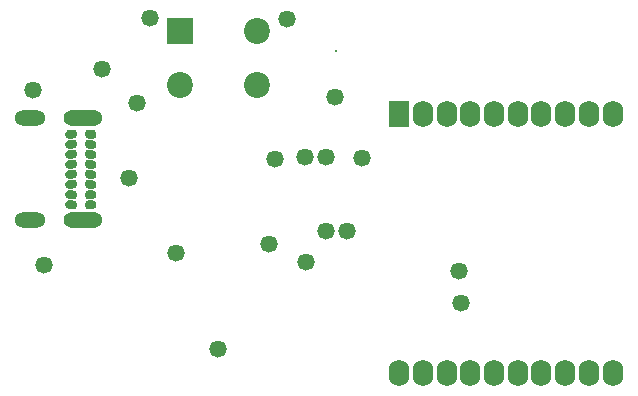
<source format=gbs>
G04*
G04 #@! TF.GenerationSoftware,Altium Limited,CircuitMaker,2.2.1 (2.2.1.6)*
G04*
G04 Layer_Color=8150272*
%FSLAX42Y42*%
%MOMM*%
G71*
G04*
G04 #@! TF.SameCoordinates,5355ADBA-153D-489E-8AFD-21DFC59981DC*
G04*
G04*
G04 #@! TF.FilePolarity,Negative*
G04*
G01*
G75*
%ADD30C,0.20*%
%ADD31C,2.20*%
%ADD32R,2.20X2.20*%
%ADD33O,1.73X2.24*%
%ADD34R,1.73X2.24*%
G04:AMPARAMS|DCode=35|XSize=1.35mm|YSize=2.55mm|CornerRadius=0.68mm|HoleSize=0mm|Usage=FLASHONLY|Rotation=270.000|XOffset=0mm|YOffset=0mm|HoleType=Round|Shape=RoundedRectangle|*
%AMROUNDEDRECTD35*
21,1,1.35,1.20,0,0,270.0*
21,1,0.00,2.55,0,0,270.0*
1,1,1.35,-0.60,0.00*
1,1,1.35,-0.60,0.00*
1,1,1.35,0.60,0.00*
1,1,1.35,0.60,0.00*
%
%ADD35ROUNDEDRECTD35*%
G04:AMPARAMS|DCode=36|XSize=1.35mm|YSize=3.25mm|CornerRadius=0.68mm|HoleSize=0mm|Usage=FLASHONLY|Rotation=270.000|XOffset=0mm|YOffset=0mm|HoleType=Round|Shape=RoundedRectangle|*
%AMROUNDEDRECTD36*
21,1,1.35,1.90,0,0,270.0*
21,1,0.00,3.25,0,0,270.0*
1,1,1.35,-0.95,0.00*
1,1,1.35,-0.95,0.00*
1,1,1.35,0.95,0.00*
1,1,1.35,0.95,0.00*
%
%ADD36ROUNDEDRECTD36*%
%ADD37C,0.75*%
%ADD38C,1.47*%
G36*
X3041Y9899D02*
X3041Y9899D01*
X3042Y9899D01*
X3042Y9898D01*
X3042Y9898D01*
X3043Y9897D01*
Y9827D01*
X3042Y9826D01*
X3042Y9826D01*
X3042Y9825D01*
X3041Y9825D01*
X3041Y9825D01*
X3040Y9824D01*
X3006D01*
X3005Y9825D01*
X3005D01*
X3005Y9825D01*
X3005Y9825D01*
X3005Y9825D01*
X3005Y9825D01*
X2992Y9830D01*
X2992Y9830D01*
X2991Y9830D01*
X2991Y9830D01*
X2991Y9830D01*
X2991Y9830D01*
X2991Y9831D01*
X2981Y9840D01*
X2981Y9841D01*
X2981Y9841D01*
X2981Y9841D01*
X2981Y9841D01*
X2981Y9841D01*
X2980Y9841D01*
X2975Y9854D01*
X2975Y9854D01*
X2975Y9854D01*
X2975Y9855D01*
X2975Y9855D01*
Y9855D01*
X2975Y9855D01*
Y9862D01*
Y9869D01*
X2975Y9869D01*
Y9869D01*
X2975Y9869D01*
X2975Y9870D01*
X2975Y9870D01*
X2975Y9870D01*
X2980Y9883D01*
X2981Y9883D01*
X2981Y9883D01*
X2981Y9883D01*
X2981Y9883D01*
X2981Y9883D01*
X2981Y9884D01*
X2991Y9893D01*
X2991Y9894D01*
X2991Y9894D01*
X2991Y9894D01*
X2991Y9894D01*
X2992Y9894D01*
X2992Y9894D01*
X3005Y9899D01*
X3005Y9899D01*
X3005Y9899D01*
X3005Y9899D01*
X3005Y9900D01*
X3005D01*
X3006Y9900D01*
X3040D01*
X3041Y9899D01*
D02*
G37*
G36*
Y9984D02*
X3041Y9984D01*
X3042Y9984D01*
X3042Y9983D01*
X3042Y9983D01*
X3043Y9982D01*
Y9912D01*
X3042Y9911D01*
X3042Y9911D01*
X3042Y9910D01*
X3041Y9910D01*
X3041Y9910D01*
X3040Y9909D01*
X3006D01*
X3005Y9910D01*
X3005D01*
X3005Y9910D01*
X3005Y9910D01*
X3005Y9910D01*
X3005Y9910D01*
X2992Y9915D01*
X2992Y9915D01*
X2991Y9915D01*
X2991Y9915D01*
X2991Y9915D01*
X2991Y9915D01*
X2991Y9916D01*
X2981Y9925D01*
X2981Y9926D01*
X2981Y9926D01*
X2981Y9926D01*
X2981Y9926D01*
X2981Y9926D01*
X2980Y9926D01*
X2975Y9939D01*
X2975Y9939D01*
X2975Y9939D01*
X2975Y9940D01*
X2975Y9940D01*
Y9940D01*
X2975Y9940D01*
Y9947D01*
Y9954D01*
X2975Y9954D01*
Y9954D01*
X2975Y9954D01*
X2975Y9955D01*
X2975Y9955D01*
X2975Y9955D01*
X2980Y9968D01*
X2981Y9968D01*
X2981Y9968D01*
X2981Y9968D01*
X2981Y9968D01*
X2981Y9968D01*
X2981Y9969D01*
X2991Y9978D01*
X2991Y9979D01*
X2991Y9979D01*
X2991Y9979D01*
X2991Y9979D01*
X2992Y9979D01*
X2992Y9979D01*
X3005Y9984D01*
X3005Y9984D01*
X3005Y9984D01*
X3005Y9984D01*
X3005Y9985D01*
X3005D01*
X3006Y9985D01*
X3040D01*
X3041Y9984D01*
D02*
G37*
G36*
X3210Y9900D02*
X3210D01*
X3210Y9899D01*
X3210Y9899D01*
X3210Y9899D01*
X3210Y9899D01*
X3223Y9894D01*
X3223Y9894D01*
X3224Y9894D01*
X3224Y9894D01*
X3224Y9894D01*
X3224Y9894D01*
X3224Y9893D01*
X3234Y9884D01*
X3234Y9883D01*
X3234Y9883D01*
X3234Y9883D01*
X3234Y9883D01*
X3234Y9883D01*
X3235Y9883D01*
X3240Y9870D01*
X3240Y9870D01*
X3240Y9870D01*
X3240Y9869D01*
X3240Y9869D01*
Y9869D01*
X3240Y9869D01*
Y9862D01*
Y9855D01*
X3240Y9855D01*
Y9855D01*
X3240Y9855D01*
X3240Y9854D01*
X3240Y9854D01*
X3240Y9854D01*
X3235Y9841D01*
X3234Y9841D01*
X3234Y9841D01*
X3234Y9841D01*
X3234Y9841D01*
X3234Y9841D01*
X3234Y9840D01*
X3224Y9831D01*
X3224Y9830D01*
X3224Y9830D01*
X3224Y9830D01*
X3224Y9830D01*
X3223Y9830D01*
X3223Y9830D01*
X3210Y9825D01*
X3210Y9825D01*
X3210Y9825D01*
X3210Y9825D01*
X3210Y9825D01*
X3210D01*
X3209Y9824D01*
X3175D01*
X3174Y9825D01*
X3174Y9825D01*
X3173Y9825D01*
X3173Y9826D01*
X3173Y9826D01*
X3172Y9827D01*
Y9897D01*
X3173Y9898D01*
X3173Y9898D01*
X3173Y9899D01*
X3174Y9899D01*
X3174Y9899D01*
X3175Y9900D01*
X3209D01*
X3210Y9900D01*
D02*
G37*
G36*
Y9985D02*
X3210D01*
X3210Y9984D01*
X3210Y9984D01*
X3210Y9984D01*
X3210Y9984D01*
X3223Y9979D01*
X3223Y9979D01*
X3224Y9979D01*
X3224Y9979D01*
X3224Y9979D01*
X3224Y9979D01*
X3224Y9978D01*
X3234Y9969D01*
X3234Y9968D01*
X3234Y9968D01*
X3234Y9968D01*
X3234Y9968D01*
X3234Y9968D01*
X3235Y9968D01*
X3240Y9955D01*
X3240Y9955D01*
X3240Y9955D01*
X3240Y9954D01*
X3240Y9954D01*
Y9954D01*
X3240Y9954D01*
Y9947D01*
Y9940D01*
X3240Y9940D01*
Y9940D01*
X3240Y9940D01*
X3240Y9939D01*
X3240Y9939D01*
X3240Y9939D01*
X3235Y9926D01*
X3234Y9926D01*
X3234Y9926D01*
X3234Y9926D01*
X3234Y9926D01*
X3234Y9926D01*
X3234Y9925D01*
X3224Y9916D01*
X3224Y9915D01*
X3224Y9915D01*
X3224Y9915D01*
X3224Y9915D01*
X3223Y9915D01*
X3223Y9915D01*
X3210Y9910D01*
X3210Y9910D01*
X3210Y9910D01*
X3210Y9910D01*
X3210Y9910D01*
X3210D01*
X3209Y9909D01*
X3175D01*
X3174Y9910D01*
X3174Y9910D01*
X3173Y9910D01*
X3173Y9911D01*
X3173Y9911D01*
X3172Y9912D01*
Y9982D01*
X3173Y9983D01*
X3173Y9983D01*
X3173Y9984D01*
X3174Y9984D01*
X3174Y9984D01*
X3175Y9985D01*
X3209D01*
X3210Y9985D01*
D02*
G37*
G36*
X3041Y10069D02*
X3041Y10069D01*
X3042Y10069D01*
X3042Y10068D01*
X3042Y10068D01*
X3043Y10067D01*
Y9997D01*
X3042Y9996D01*
X3042Y9996D01*
X3042Y9995D01*
X3041Y9995D01*
X3041Y9995D01*
X3040Y9994D01*
X3006D01*
X3005Y9994D01*
X3005D01*
X3005Y9995D01*
X3005Y9995D01*
X3005Y9995D01*
X3005Y9995D01*
X2992Y10000D01*
X2992Y10000D01*
X2991Y10000D01*
X2991Y10000D01*
X2991Y10000D01*
X2991Y10000D01*
X2991Y10001D01*
X2981Y10010D01*
X2981Y10011D01*
X2981Y10011D01*
X2981Y10011D01*
X2981Y10011D01*
X2981Y10011D01*
X2980Y10011D01*
X2975Y10024D01*
X2975Y10024D01*
X2975Y10024D01*
X2975Y10025D01*
X2975Y10025D01*
Y10025D01*
X2975Y10025D01*
Y10032D01*
Y10039D01*
X2975Y10039D01*
Y10039D01*
X2975Y10039D01*
X2975Y10040D01*
X2975Y10040D01*
X2975Y10040D01*
X2980Y10053D01*
X2981Y10053D01*
X2981Y10053D01*
X2981Y10053D01*
X2981Y10053D01*
X2981Y10053D01*
X2981Y10054D01*
X2991Y10063D01*
X2991Y10064D01*
X2991Y10064D01*
X2991Y10064D01*
X2991Y10064D01*
X2992Y10064D01*
X2992Y10064D01*
X3005Y10069D01*
X3005Y10069D01*
X3005Y10069D01*
X3005Y10069D01*
X3005Y10069D01*
X3005D01*
X3006Y10070D01*
X3040D01*
X3041Y10069D01*
D02*
G37*
G36*
Y10154D02*
X3041Y10154D01*
X3042Y10154D01*
X3042Y10153D01*
X3042Y10153D01*
X3043Y10152D01*
Y10082D01*
X3042Y10081D01*
X3042Y10081D01*
X3042Y10080D01*
X3041Y10080D01*
X3041Y10080D01*
X3040Y10079D01*
X3006D01*
X3005Y10079D01*
X3005D01*
X3005Y10080D01*
X3005Y10080D01*
X3005Y10080D01*
X3005Y10080D01*
X2992Y10085D01*
X2992Y10085D01*
X2991Y10085D01*
X2991Y10085D01*
X2991Y10085D01*
X2991Y10085D01*
X2991Y10086D01*
X2981Y10095D01*
X2981Y10096D01*
X2981Y10096D01*
X2981Y10096D01*
X2981Y10096D01*
X2981Y10096D01*
X2980Y10096D01*
X2975Y10109D01*
X2975Y10109D01*
X2975Y10109D01*
X2975Y10110D01*
X2975Y10110D01*
Y10110D01*
X2975Y10110D01*
Y10117D01*
Y10124D01*
X2975Y10124D01*
Y10124D01*
X2975Y10124D01*
X2975Y10125D01*
X2975Y10125D01*
X2975Y10125D01*
X2980Y10138D01*
X2981Y10138D01*
X2981Y10138D01*
X2981Y10138D01*
X2981Y10138D01*
X2981Y10138D01*
X2981Y10139D01*
X2991Y10148D01*
X2991Y10149D01*
X2991Y10149D01*
X2991Y10149D01*
X2991Y10149D01*
X2992Y10149D01*
X2992Y10149D01*
X3005Y10154D01*
X3005Y10154D01*
X3005Y10154D01*
X3005Y10154D01*
X3005Y10154D01*
X3005D01*
X3006Y10155D01*
X3040D01*
X3041Y10154D01*
D02*
G37*
G36*
X3210Y10069D02*
X3210D01*
X3210Y10069D01*
X3210Y10069D01*
X3210Y10069D01*
X3210Y10069D01*
X3223Y10064D01*
X3223Y10064D01*
X3224Y10064D01*
X3224Y10064D01*
X3224Y10064D01*
X3224Y10064D01*
X3224Y10063D01*
X3234Y10054D01*
X3234Y10053D01*
X3234Y10053D01*
X3234Y10053D01*
X3234Y10053D01*
X3234Y10053D01*
X3235Y10053D01*
X3240Y10040D01*
X3240Y10040D01*
X3240Y10040D01*
X3240Y10039D01*
X3240Y10039D01*
Y10039D01*
X3240Y10039D01*
Y10032D01*
Y10025D01*
X3240Y10025D01*
Y10025D01*
X3240Y10025D01*
X3240Y10024D01*
X3240Y10024D01*
X3240Y10024D01*
X3235Y10011D01*
X3234Y10011D01*
X3234Y10011D01*
X3234Y10011D01*
X3234Y10011D01*
X3234Y10011D01*
X3234Y10010D01*
X3224Y10001D01*
X3224Y10000D01*
X3224Y10000D01*
X3224Y10000D01*
X3224Y10000D01*
X3223Y10000D01*
X3223Y10000D01*
X3210Y9995D01*
X3210Y9995D01*
X3210Y9995D01*
X3210Y9995D01*
X3210Y9994D01*
X3210D01*
X3209Y9994D01*
X3175D01*
X3174Y9995D01*
X3174Y9995D01*
X3173Y9995D01*
X3173Y9996D01*
X3173Y9996D01*
X3172Y9997D01*
Y10067D01*
X3173Y10068D01*
X3173Y10068D01*
X3173Y10069D01*
X3174Y10069D01*
X3174Y10069D01*
X3175Y10070D01*
X3209D01*
X3210Y10069D01*
D02*
G37*
G36*
Y10154D02*
X3210D01*
X3210Y10154D01*
X3210Y10154D01*
X3210Y10154D01*
X3210Y10154D01*
X3223Y10149D01*
X3223Y10149D01*
X3224Y10149D01*
X3224Y10149D01*
X3224Y10149D01*
X3224Y10149D01*
X3224Y10148D01*
X3234Y10139D01*
X3234Y10138D01*
X3234Y10138D01*
X3234Y10138D01*
X3234Y10138D01*
X3234Y10138D01*
X3235Y10138D01*
X3240Y10125D01*
X3240Y10125D01*
X3240Y10125D01*
X3240Y10124D01*
X3240Y10124D01*
Y10124D01*
X3240Y10124D01*
Y10117D01*
Y10110D01*
X3240Y10110D01*
Y10110D01*
X3240Y10110D01*
X3240Y10109D01*
X3240Y10109D01*
X3240Y10109D01*
X3235Y10096D01*
X3234Y10096D01*
X3234Y10096D01*
X3234Y10096D01*
X3234Y10096D01*
X3234Y10096D01*
X3234Y10095D01*
X3224Y10086D01*
X3224Y10085D01*
X3224Y10085D01*
X3224Y10085D01*
X3224Y10085D01*
X3223Y10085D01*
X3223Y10085D01*
X3210Y10080D01*
X3210Y10080D01*
X3210Y10080D01*
X3210Y10080D01*
X3210Y10079D01*
X3210D01*
X3209Y10079D01*
X3175D01*
X3174Y10080D01*
X3174Y10080D01*
X3173Y10080D01*
X3173Y10081D01*
X3173Y10081D01*
X3172Y10082D01*
Y10152D01*
X3173Y10153D01*
X3173Y10153D01*
X3173Y10154D01*
X3174Y10154D01*
X3174Y10154D01*
X3175Y10155D01*
X3209D01*
X3210Y10154D01*
D02*
G37*
G36*
X3041Y10239D02*
X3041Y10239D01*
X3042Y10239D01*
X3042Y10238D01*
X3042Y10238D01*
X3043Y10237D01*
Y10167D01*
X3042Y10166D01*
X3042Y10166D01*
X3042Y10165D01*
X3041Y10165D01*
X3041Y10165D01*
X3040Y10164D01*
X3006D01*
X3005Y10164D01*
X3005D01*
X3005Y10165D01*
X3005Y10165D01*
X3005Y10165D01*
X3005Y10165D01*
X2992Y10170D01*
X2992Y10170D01*
X2991Y10170D01*
X2991Y10170D01*
X2991Y10170D01*
X2991Y10170D01*
X2991Y10171D01*
X2981Y10180D01*
X2981Y10181D01*
X2981Y10181D01*
X2981Y10181D01*
X2981Y10181D01*
X2981Y10181D01*
X2980Y10181D01*
X2975Y10194D01*
X2975Y10194D01*
X2975Y10194D01*
X2975Y10195D01*
X2975Y10195D01*
Y10195D01*
X2975Y10195D01*
Y10202D01*
Y10209D01*
X2975Y10209D01*
Y10209D01*
X2975Y10209D01*
X2975Y10210D01*
X2975Y10210D01*
X2975Y10210D01*
X2980Y10223D01*
X2981Y10223D01*
X2981Y10223D01*
X2981Y10223D01*
X2981Y10223D01*
X2981Y10223D01*
X2981Y10224D01*
X2991Y10233D01*
X2991Y10234D01*
X2991Y10234D01*
X2991Y10234D01*
X2991Y10234D01*
X2992Y10234D01*
X2992Y10234D01*
X3005Y10239D01*
X3005Y10239D01*
X3005Y10239D01*
X3005Y10239D01*
X3005Y10239D01*
X3005D01*
X3006Y10240D01*
X3040D01*
X3041Y10239D01*
D02*
G37*
G36*
Y10324D02*
X3041Y10324D01*
X3042Y10324D01*
X3042Y10323D01*
X3042Y10323D01*
X3043Y10322D01*
Y10252D01*
X3042Y10251D01*
X3042Y10251D01*
X3042Y10250D01*
X3041Y10250D01*
X3041Y10250D01*
X3040Y10249D01*
X3006D01*
X3005Y10250D01*
X3005D01*
X3005Y10250D01*
X3005Y10250D01*
X3005Y10250D01*
X3005Y10250D01*
X2992Y10255D01*
X2992Y10255D01*
X2991Y10255D01*
X2991Y10255D01*
X2991Y10255D01*
X2991Y10255D01*
X2991Y10256D01*
X2981Y10265D01*
X2981Y10266D01*
X2981Y10266D01*
X2981Y10266D01*
X2981Y10266D01*
X2981Y10266D01*
X2980Y10266D01*
X2975Y10279D01*
X2975Y10279D01*
X2975Y10279D01*
X2975Y10280D01*
X2975Y10280D01*
Y10280D01*
X2975Y10280D01*
Y10287D01*
Y10294D01*
X2975Y10294D01*
Y10294D01*
X2975Y10294D01*
X2975Y10295D01*
X2975Y10295D01*
X2975Y10295D01*
X2980Y10308D01*
X2981Y10308D01*
X2981Y10308D01*
X2981Y10308D01*
X2981Y10308D01*
X2981Y10308D01*
X2981Y10309D01*
X2991Y10318D01*
X2991Y10319D01*
X2991Y10319D01*
X2991Y10319D01*
X2991Y10319D01*
X2992Y10319D01*
X2992Y10319D01*
X3005Y10324D01*
X3005Y10324D01*
X3005Y10324D01*
X3005Y10324D01*
X3005Y10325D01*
X3005D01*
X3006Y10325D01*
X3040D01*
X3041Y10324D01*
D02*
G37*
G36*
X3210Y10239D02*
X3210D01*
X3210Y10239D01*
X3210Y10239D01*
X3210Y10239D01*
X3210Y10239D01*
X3223Y10234D01*
X3223Y10234D01*
X3224Y10234D01*
X3224Y10234D01*
X3224Y10234D01*
X3224Y10234D01*
X3224Y10233D01*
X3234Y10224D01*
X3234Y10223D01*
X3234Y10223D01*
X3234Y10223D01*
X3234Y10223D01*
X3234Y10223D01*
X3235Y10223D01*
X3240Y10210D01*
X3240Y10210D01*
X3240Y10210D01*
X3240Y10209D01*
X3240Y10209D01*
Y10209D01*
X3240Y10209D01*
Y10202D01*
Y10195D01*
X3240Y10195D01*
Y10195D01*
X3240Y10195D01*
X3240Y10194D01*
X3240Y10194D01*
X3240Y10194D01*
X3235Y10181D01*
X3234Y10181D01*
X3234Y10181D01*
X3234Y10181D01*
X3234Y10181D01*
X3234Y10181D01*
X3234Y10180D01*
X3224Y10171D01*
X3224Y10170D01*
X3224Y10170D01*
X3224Y10170D01*
X3224Y10170D01*
X3223Y10170D01*
X3223Y10170D01*
X3210Y10165D01*
X3210Y10165D01*
X3210Y10165D01*
X3210Y10165D01*
X3210Y10164D01*
X3210D01*
X3209Y10164D01*
X3175D01*
X3174Y10165D01*
X3174Y10165D01*
X3173Y10165D01*
X3173Y10166D01*
X3173Y10166D01*
X3172Y10167D01*
Y10237D01*
X3173Y10238D01*
X3173Y10238D01*
X3173Y10239D01*
X3174Y10239D01*
X3174Y10239D01*
X3175Y10240D01*
X3209D01*
X3210Y10239D01*
D02*
G37*
G36*
Y10325D02*
X3210D01*
X3210Y10324D01*
X3210Y10324D01*
X3210Y10324D01*
X3210Y10324D01*
X3223Y10319D01*
X3223Y10319D01*
X3224Y10319D01*
X3224Y10319D01*
X3224Y10319D01*
X3224Y10319D01*
X3224Y10318D01*
X3234Y10309D01*
X3234Y10308D01*
X3234Y10308D01*
X3234Y10308D01*
X3234Y10308D01*
X3234Y10308D01*
X3235Y10308D01*
X3240Y10295D01*
X3240Y10295D01*
X3240Y10295D01*
X3240Y10294D01*
X3240Y10294D01*
Y10294D01*
X3240Y10294D01*
Y10287D01*
Y10280D01*
X3240Y10280D01*
Y10280D01*
X3240Y10280D01*
X3240Y10279D01*
X3240Y10279D01*
X3240Y10279D01*
X3235Y10266D01*
X3234Y10266D01*
X3234Y10266D01*
X3234Y10266D01*
X3234Y10266D01*
X3234Y10266D01*
X3234Y10265D01*
X3224Y10256D01*
X3224Y10255D01*
X3224Y10255D01*
X3224Y10255D01*
X3224Y10255D01*
X3223Y10255D01*
X3223Y10255D01*
X3210Y10250D01*
X3210Y10250D01*
X3210Y10250D01*
X3210Y10250D01*
X3210Y10250D01*
X3210D01*
X3209Y10249D01*
X3175D01*
X3174Y10250D01*
X3174Y10250D01*
X3173Y10250D01*
X3173Y10251D01*
X3173Y10251D01*
X3172Y10252D01*
Y10322D01*
X3173Y10323D01*
X3173Y10323D01*
X3173Y10324D01*
X3174Y10324D01*
X3174Y10324D01*
X3175Y10325D01*
X3209D01*
X3210Y10325D01*
D02*
G37*
G36*
X3041Y10409D02*
X3041Y10409D01*
X3042Y10409D01*
X3042Y10408D01*
X3042Y10408D01*
X3043Y10407D01*
Y10337D01*
X3042Y10336D01*
X3042Y10336D01*
X3042Y10335D01*
X3041Y10335D01*
X3041Y10335D01*
X3040Y10334D01*
X3006D01*
X3005Y10335D01*
X3005D01*
X3005Y10335D01*
X3005Y10335D01*
X3005Y10335D01*
X3005Y10335D01*
X2992Y10340D01*
X2992Y10340D01*
X2991Y10340D01*
X2991Y10340D01*
X2991Y10340D01*
X2991Y10340D01*
X2991Y10341D01*
X2981Y10350D01*
X2981Y10351D01*
X2981Y10351D01*
X2981Y10351D01*
X2981Y10351D01*
X2981Y10351D01*
X2980Y10351D01*
X2975Y10364D01*
X2975Y10364D01*
X2975Y10364D01*
X2975Y10365D01*
X2975Y10365D01*
Y10365D01*
X2975Y10365D01*
Y10372D01*
Y10379D01*
X2975Y10379D01*
Y10379D01*
X2975Y10379D01*
X2975Y10380D01*
X2975Y10380D01*
X2975Y10380D01*
X2980Y10393D01*
X2981Y10393D01*
X2981Y10393D01*
X2981Y10393D01*
X2981Y10393D01*
X2981Y10393D01*
X2981Y10394D01*
X2991Y10403D01*
X2991Y10404D01*
X2991Y10404D01*
X2991Y10404D01*
X2991Y10404D01*
X2992Y10404D01*
X2992Y10404D01*
X3005Y10409D01*
X3005Y10409D01*
X3005Y10409D01*
X3005Y10409D01*
X3005Y10410D01*
X3005D01*
X3006Y10410D01*
X3040D01*
X3041Y10409D01*
D02*
G37*
G36*
Y10494D02*
X3041Y10494D01*
X3042Y10494D01*
X3042Y10493D01*
X3042Y10493D01*
X3043Y10492D01*
Y10422D01*
X3042Y10421D01*
X3042Y10421D01*
X3042Y10420D01*
X3041Y10420D01*
X3041Y10420D01*
X3040Y10419D01*
X3006D01*
X3005Y10419D01*
X3005D01*
X3005Y10420D01*
X3005Y10420D01*
X3005Y10420D01*
X3005Y10420D01*
X2992Y10425D01*
X2992Y10425D01*
X2991Y10425D01*
X2991Y10425D01*
X2991Y10425D01*
X2991Y10425D01*
X2991Y10426D01*
X2981Y10435D01*
X2981Y10436D01*
X2981Y10436D01*
X2981Y10436D01*
X2981Y10436D01*
X2981Y10436D01*
X2980Y10436D01*
X2975Y10449D01*
X2975Y10449D01*
X2975Y10449D01*
X2975Y10450D01*
X2975Y10450D01*
Y10450D01*
X2975Y10450D01*
Y10457D01*
Y10464D01*
X2975Y10464D01*
Y10464D01*
X2975Y10464D01*
X2975Y10465D01*
X2975Y10465D01*
X2975Y10465D01*
X2980Y10478D01*
X2981Y10478D01*
X2981Y10478D01*
X2981Y10478D01*
X2981Y10478D01*
X2981Y10478D01*
X2981Y10479D01*
X2991Y10488D01*
X2991Y10489D01*
X2991Y10489D01*
X2991Y10489D01*
X2991Y10489D01*
X2992Y10489D01*
X2992Y10489D01*
X3005Y10494D01*
X3005Y10494D01*
X3005Y10494D01*
X3005Y10494D01*
X3005Y10494D01*
X3005D01*
X3006Y10495D01*
X3040D01*
X3041Y10494D01*
D02*
G37*
G36*
X3210Y10410D02*
X3210D01*
X3210Y10409D01*
X3210Y10409D01*
X3210Y10409D01*
X3210Y10409D01*
X3223Y10404D01*
X3223Y10404D01*
X3224Y10404D01*
X3224Y10404D01*
X3224Y10404D01*
X3224Y10404D01*
X3224Y10403D01*
X3234Y10394D01*
X3234Y10393D01*
X3234Y10393D01*
X3234Y10393D01*
X3234Y10393D01*
X3234Y10393D01*
X3235Y10393D01*
X3240Y10380D01*
X3240Y10380D01*
X3240Y10380D01*
X3240Y10379D01*
X3240Y10379D01*
Y10379D01*
X3240Y10379D01*
Y10372D01*
Y10365D01*
X3240Y10365D01*
Y10365D01*
X3240Y10365D01*
X3240Y10364D01*
X3240Y10364D01*
X3240Y10364D01*
X3235Y10351D01*
X3234Y10351D01*
X3234Y10351D01*
X3234Y10351D01*
X3234Y10351D01*
X3234Y10351D01*
X3234Y10350D01*
X3224Y10341D01*
X3224Y10340D01*
X3224Y10340D01*
X3224Y10340D01*
X3224Y10340D01*
X3223Y10340D01*
X3223Y10340D01*
X3210Y10335D01*
X3210Y10335D01*
X3210Y10335D01*
X3210Y10335D01*
X3210Y10335D01*
X3210D01*
X3209Y10334D01*
X3175D01*
X3174Y10335D01*
X3174Y10335D01*
X3173Y10335D01*
X3173Y10336D01*
X3173Y10336D01*
X3172Y10337D01*
Y10407D01*
X3173Y10408D01*
X3173Y10408D01*
X3173Y10409D01*
X3174Y10409D01*
X3174Y10409D01*
X3175Y10410D01*
X3209D01*
X3210Y10410D01*
D02*
G37*
G36*
Y10494D02*
X3210D01*
X3210Y10494D01*
X3210Y10494D01*
X3210Y10494D01*
X3210Y10494D01*
X3223Y10489D01*
X3223Y10489D01*
X3224Y10489D01*
X3224Y10489D01*
X3224Y10489D01*
X3224Y10489D01*
X3224Y10488D01*
X3234Y10479D01*
X3234Y10478D01*
X3234Y10478D01*
X3234Y10478D01*
X3234Y10478D01*
X3234Y10478D01*
X3235Y10478D01*
X3240Y10465D01*
X3240Y10465D01*
X3240Y10465D01*
X3240Y10464D01*
X3240Y10464D01*
Y10464D01*
X3240Y10464D01*
Y10457D01*
Y10450D01*
X3240Y10450D01*
Y10450D01*
X3240Y10450D01*
X3240Y10449D01*
X3240Y10449D01*
X3240Y10449D01*
X3235Y10436D01*
X3234Y10436D01*
X3234Y10436D01*
X3234Y10436D01*
X3234Y10436D01*
X3234Y10436D01*
X3234Y10435D01*
X3224Y10426D01*
X3224Y10425D01*
X3224Y10425D01*
X3224Y10425D01*
X3224Y10425D01*
X3223Y10425D01*
X3223Y10425D01*
X3210Y10420D01*
X3210Y10420D01*
X3210Y10420D01*
X3210Y10420D01*
X3210Y10419D01*
X3210D01*
X3209Y10419D01*
X3175D01*
X3174Y10420D01*
X3174Y10420D01*
X3173Y10420D01*
X3173Y10421D01*
X3173Y10421D01*
X3172Y10422D01*
Y10492D01*
X3173Y10493D01*
X3173Y10493D01*
X3173Y10494D01*
X3174Y10494D01*
X3174Y10494D01*
X3175Y10495D01*
X3209D01*
X3210Y10494D01*
D02*
G37*
D30*
X5271Y11160D02*
D03*
D31*
X4600Y10878D02*
D03*
X3950D02*
D03*
X4600Y11328D02*
D03*
D32*
X3950D02*
D03*
D33*
X7610Y10632D02*
D03*
X7409D02*
D03*
X7209D02*
D03*
X7008D02*
D03*
X6807D02*
D03*
X6607D02*
D03*
X6406D02*
D03*
X6205D02*
D03*
X6005D02*
D03*
X5804Y8433D02*
D03*
X6005D02*
D03*
X6205D02*
D03*
X6406D02*
D03*
X6607D02*
D03*
X6807D02*
D03*
X7008D02*
D03*
X7209D02*
D03*
X7409D02*
D03*
X7610D02*
D03*
D34*
X5804Y10632D02*
D03*
D35*
X2680Y10592D02*
D03*
Y9728D02*
D03*
D36*
X3125D02*
D03*
Y10592D02*
D03*
D37*
X3040Y9862D02*
D03*
Y9947D02*
D03*
Y10032D02*
D03*
Y10117D02*
D03*
Y10202D02*
D03*
Y10287D02*
D03*
Y10372D02*
D03*
Y10457D02*
D03*
X3175Y9862D02*
D03*
Y9947D02*
D03*
Y10032D02*
D03*
Y10117D02*
D03*
Y10202D02*
D03*
Y10287D02*
D03*
Y10372D02*
D03*
Y10457D02*
D03*
D38*
X4267Y8636D02*
D03*
X3912Y9449D02*
D03*
X4750Y10249D02*
D03*
X3581Y10719D02*
D03*
X6312Y9296D02*
D03*
X3696Y11443D02*
D03*
X6325Y9030D02*
D03*
X5488Y10257D02*
D03*
X5258Y10770D02*
D03*
X5359Y9639D02*
D03*
X5182Y10262D02*
D03*
X5004D02*
D03*
X5182Y9639D02*
D03*
X5017Y9373D02*
D03*
X2705Y10833D02*
D03*
X3289Y11011D02*
D03*
X4851Y11430D02*
D03*
X4699Y9525D02*
D03*
X2794Y9347D02*
D03*
X3518Y10084D02*
D03*
M02*

</source>
